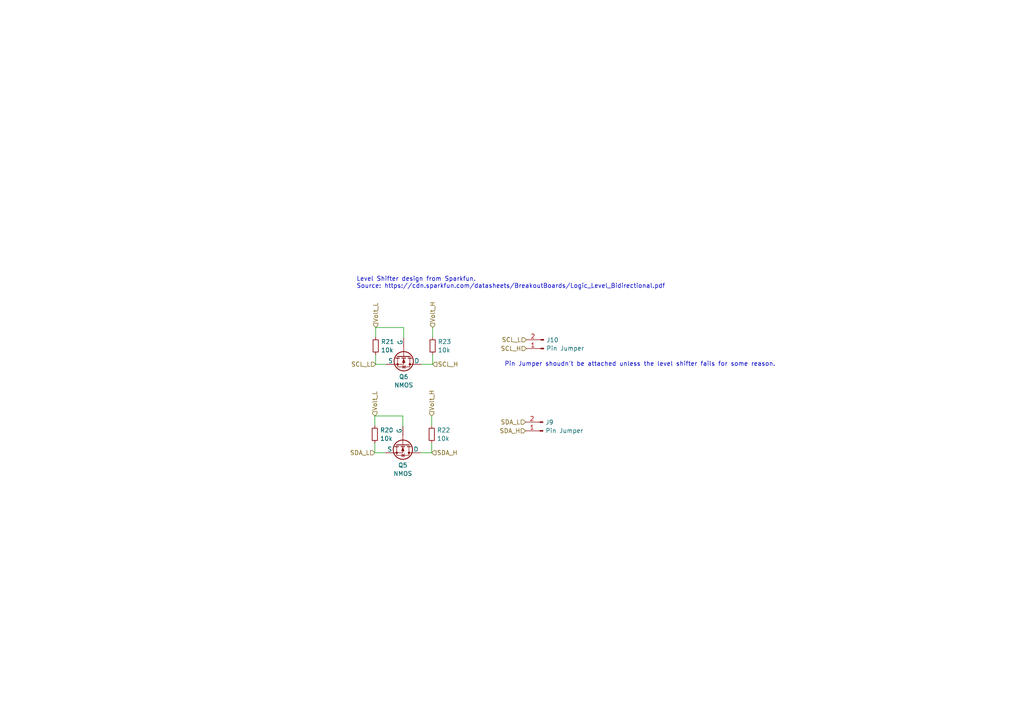
<source format=kicad_sch>
(kicad_sch (version 20230121) (generator eeschema)
  (paper "A4")
  (lib_symbols
    (symbol "Connector:Conn_01x02_Pin" (pin_names (offset 1.016) hide)
      (property "Reference" "J" (at 0 2.54 0))
      (property "Value" "Conn_01x02_Pin" (at 0 -5.08 0))
      (symbol "Conn_01x02_Pin_1_1"
        (polyline (pts (xy 1.27 -2.54) (xy 0.8636 -2.54)) (stroke (width 0.1524)))
        (polyline (pts (xy 1.27 0) (xy 0.8636 0)) (stroke (width 0.1524)))
        (rectangle (start 0.8636 -2.413) (end 0 -2.667) (stroke (width 0.1524)) (fill (type outline)))
        (rectangle (start 0.8636 0.127) (end 0 -0.127) (stroke (width 0.1524)) (fill (type outline)))
        (pin passive line (at 5.08 0 180) (length 3.81) (name "Pin_1") (number "1"))
        (pin passive line (at 5.08 -2.54 180) (length 3.81) (name "Pin_2") (number "2"))
      )
    )
    (symbol "Device:R_Small" (pin_numbers hide) (pin_names (offset 0.254) hide)
      (property "Reference" "R" (at 0.762 0.508 0))
      (property "Value" "R_Small" (at 0.762 -1.016 0))
      (symbol "R_Small_0_1"
        (rectangle (start -0.762 1.778) (end 0.762 -1.778) (stroke (width 0.2032)))
      )
      (symbol "R_Small_1_1"
        (pin passive line (at 0 2.54 270) (length 0.762) (name "~") (number "1"))
        (pin passive line (at 0 -2.54 90) (length 0.762) (name "~") (number "2"))
      )
    )
    (symbol "Simulation_SPICE:NMOS" (pin_numbers hide) (pin_names (offset 0))
      (property "Reference" "Q" (at 5.08 1.27 0))
      (property "Value" "NMOS" (at 5.08 -1.27 0))
      (symbol "NMOS_0_1"
        (polyline (pts (xy 0.254 0) (xy -2.54 0)))
        (polyline (pts (xy 0.254 1.905) (xy 0.254 -1.905)) (stroke (width 0.254)))
        (polyline (pts (xy 0.762 -1.27) (xy 0.762 -2.286)) (stroke (width 0.254)))
        (polyline (pts (xy 0.762 0.508) (xy 0.762 -0.508)) (stroke (width 0.254)))
        (polyline (pts (xy 0.762 2.286) (xy 0.762 1.27)) (stroke (width 0.254)))
        (polyline (pts (xy 2.54 2.54) (xy 2.54 1.778)))
        (polyline (pts (xy 2.54 -2.54) (xy 2.54 0) (xy 0.762 0)))
        (polyline (pts (xy 0.762 -1.778) (xy 3.302 -1.778) (xy 3.302 1.778) (xy 0.762 1.778)))
        (polyline (pts (xy 1.016 0) (xy 2.032 0.381) (xy 2.032 -0.381) (xy 1.016 0)) (fill (type outline)))
        (polyline (pts (xy 2.794 0.508) (xy 2.921 0.381) (xy 3.683 0.381) (xy 3.81 0.254)))
        (polyline (pts (xy 3.302 0.381) (xy 2.921 -0.254) (xy 3.683 -0.254) (xy 3.302 0.381)))
        (circle (center 1.651 0) (radius 2.794) (stroke (width 0.254)))
        (circle (center 2.54 -1.778) (radius 0.254) (fill (type outline)))
        (circle (center 2.54 1.778) (radius 0.254) (fill (type outline)))
      )
      (symbol "NMOS_1_1"
        (pin passive line (at 2.54 5.08 270) (length 2.54) (name "D") (number "1"))
        (pin input line (at -5.08 0 0) (length 2.54) (name "G") (number "2"))
        (pin passive line (at 2.54 -5.08 90) (length 2.54) (name "S") (number "3"))
      )
    )
  )
  (wire (pts (xy 117.094 94.996) (xy 108.966 94.996)))
  (wire (pts (xy 125.222 128.524) (xy 125.222 131.318)))
  (wire (pts (xy 125.476 102.87) (xy 125.476 105.664)))
  (wire (pts (xy 108.712 120.65) (xy 108.712 123.444)))
  (wire (pts (xy 125.476 94.996) (xy 125.476 97.79)))
  (wire (pts (xy 125.476 105.664) (xy 122.174 105.664)))
  (wire (pts (xy 125.222 131.318) (xy 121.92 131.318)))
  (wire (pts (xy 108.966 94.996) (xy 108.966 97.79)))
  (wire (pts (xy 116.84 123.698) (xy 116.84 120.65)))
  (wire (pts (xy 108.966 105.664) (xy 108.966 102.87)))
  (wire (pts (xy 117.094 98.044) (xy 117.094 94.996)))
  (wire (pts (xy 111.76 131.318) (xy 108.712 131.318)))
  (wire (pts (xy 112.014 105.664) (xy 108.966 105.664)))
  (wire (pts (xy 116.84 120.65) (xy 108.712 120.65)))
  (wire (pts (xy 108.712 131.318) (xy 108.712 128.524)))
  (wire (pts (xy 125.222 120.65) (xy 125.222 123.444)))
  (text "Level Shifter design from Sparkfun.\nSource: https://cdn.sparkfun.com/datasheets/BreakoutBoards/Logic_Level_Bidirectional.pdf" (at 103.378 83.82 0) (effects (font (size 1.27 1.27)) (justify left bottom)))
  (text "Pin Jumper shoudn't be attached unless the level shifter fails for some reason." (at 146.304 106.426 0) (effects (font (size 1.27 1.27)) (justify left bottom)))
  (hierarchical_label "Volt_L" (shape input) (at 108.966 94.996 90))
  (hierarchical_label "SDA_H" (shape input) (at 152.4 124.968 180))
  (hierarchical_label "Volt_L" (shape input) (at 108.712 120.65 90))
  (hierarchical_label "SCL_H" (shape input) (at 152.654 101.092 180))
  (hierarchical_label "Volt_H" (shape input) (at 125.222 120.65 90))
  (hierarchical_label "SCL_L" (shape input) (at 152.654 98.552 180))
  (hierarchical_label "SDA_L" (shape input) (at 108.712 131.318 180))
  (hierarchical_label "SDA_H" (shape input) (at 125.222 131.318 0))
  (hierarchical_label "SCL_H" (shape input) (at 125.476 105.664 0))
  (hierarchical_label "SDA_L" (shape input) (at 152.4 122.428 180))
  (hierarchical_label "SCL_L" (shape input) (at 108.966 105.664 180))
  (hierarchical_label "Volt_H" (shape input) (at 125.476 94.996 90))
  (symbol (lib_id "Device:R_Small") (at 108.712 125.984 0) (unit 1)
    (property "Reference" "R20" (at 110.2106 124.7719 0) (effects (justify left)))
    (property "Value" "10k" (at 110.2106 127.1961 0) (effects (justify left)))
    (property "Footprint" "Resistor_SMD:R_0603_1608Metric" (effects hide))
  )
  (symbol (lib_id "Simulation_SPICE:NMOS") (at 117.094 103.124 270) (unit 1)
    (property "Reference" "Q6" (at 117.094 109.2891 90))
    (property "Value" "NMOS" (at 117.094 111.7133 90))
    (property "Datasheet" "https://ngspice.sourceforge.io/docs/ngspice-manual.pdf" (effects hide))
    (property "Sim.Device" "NMOS" (effects hide))
    (property "Sim.Type" "VDMOS" (effects hide))
    (property "Sim.Pins" "1=D 2=G 3=S" (effects hide))
  )
  (symbol (lib_id "Device:R_Small") (at 108.966 100.33 0) (unit 1)
    (property "Reference" "R21" (at 110.4646 99.1179 0) (effects (justify left)))
    (property "Value" "10k" (at 110.4646 101.5421 0) (effects (justify left)))
    (property "Footprint" "Resistor_SMD:R_0603_1608Metric" (effects hide))
  )
  (symbol (lib_id "Device:R_Small") (at 125.222 125.984 0) (unit 1)
    (property "Reference" "R22" (at 126.7206 124.7719 0) (effects (justify left)))
    (property "Value" "10k" (at 126.7206 127.1961 0) (effects (justify left)))
    (property "Footprint" "Resistor_SMD:R_0603_1608Metric" (effects hide))
  )
  (symbol (lib_id "Connector:Conn_01x02_Pin") (at 157.734 101.092 180) (unit 1)
    (property "Reference" "J10" (at 158.4452 98.6099 0) (effects (justify right)))
    (property "Value" "Pin Jumper" (at 158.4452 101.0341 0) (effects (justify right)))
    (property "Footprint" "Connector_PinHeader_2.54mm:PinHeader_1x02_P2.54mm_Vertical" (effects hide))
  )
  (symbol (lib_id "Device:R_Small") (at 125.476 100.33 0) (unit 1)
    (property "Reference" "R23" (at 126.9746 99.1179 0) (effects (justify left)))
    (property "Value" "10k" (at 126.9746 101.5421 0) (effects (justify left)))
    (property "Footprint" "Resistor_SMD:R_0603_1608Metric" (effects hide))
  )
  (symbol (lib_id "Connector:Conn_01x02_Pin") (at 157.48 124.968 180) (unit 1)
    (property "Reference" "J9" (at 158.1912 122.4859 0) (effects (justify right)))
    (property "Value" "Pin Jumper" (at 158.1912 124.9101 0) (effects (justify right)))
    (property "Footprint" "Connector_PinHeader_2.54mm:PinHeader_1x02_P2.54mm_Vertical" (effects hide))
  )
  (symbol (lib_id "Simulation_SPICE:NMOS") (at 116.84 128.778 270) (unit 1)
    (property "Reference" "Q5" (at 116.84 134.9431 90))
    (property "Value" "NMOS" (at 116.84 137.3673 90))
    (property "Datasheet" "https://ngspice.sourceforge.io/docs/ngspice-manual.pdf" (effects hide))
    (property "Sim.Device" "NMOS" (effects hide))
    (property "Sim.Type" "VDMOS" (effects hide))
    (property "Sim.Pins" "1=D 2=G 3=S" (effects hide))
  )
)
</source>
